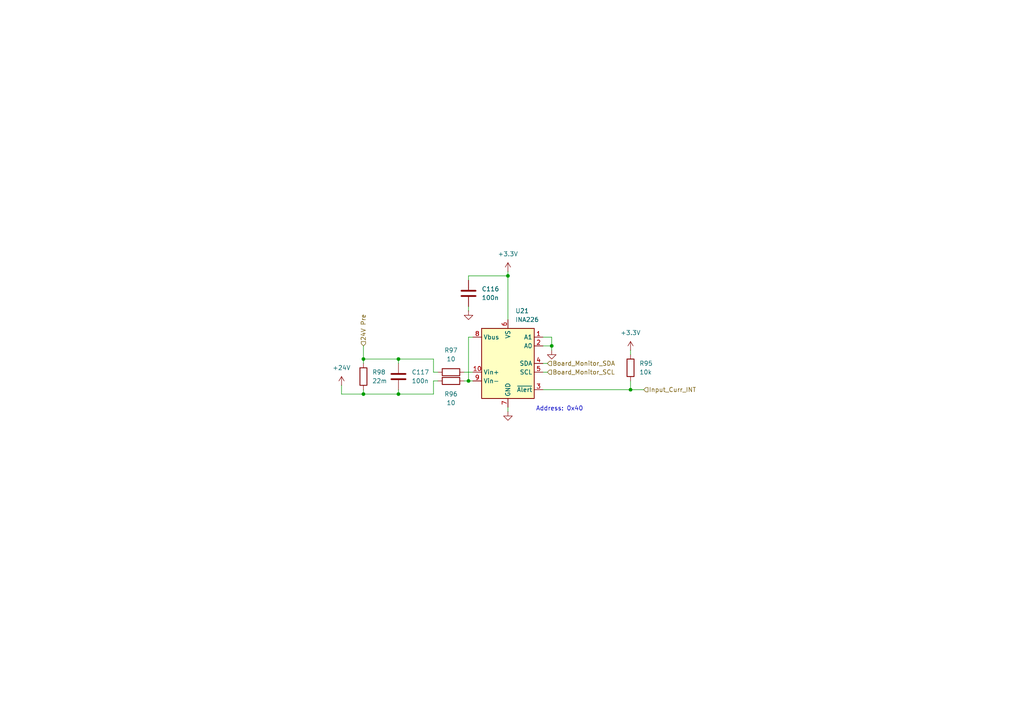
<source format=kicad_sch>
(kicad_sch
	(version 20250114)
	(generator "eeschema")
	(generator_version "9.0")
	(uuid "00874532-e067-45cb-9eed-8513a619f33b")
	(paper "A4")
	(lib_symbols
		(symbol "Device:C"
			(pin_numbers
				(hide yes)
			)
			(pin_names
				(offset 0.254)
			)
			(exclude_from_sim no)
			(in_bom yes)
			(on_board yes)
			(property "Reference" "C"
				(at 0.635 2.54 0)
				(effects
					(font
						(size 1.27 1.27)
					)
					(justify left)
				)
			)
			(property "Value" "C"
				(at 0.635 -2.54 0)
				(effects
					(font
						(size 1.27 1.27)
					)
					(justify left)
				)
			)
			(property "Footprint" ""
				(at 0.9652 -3.81 0)
				(effects
					(font
						(size 1.27 1.27)
					)
					(hide yes)
				)
			)
			(property "Datasheet" "~"
				(at 0 0 0)
				(effects
					(font
						(size 1.27 1.27)
					)
					(hide yes)
				)
			)
			(property "Description" "Unpolarized capacitor"
				(at 0 0 0)
				(effects
					(font
						(size 1.27 1.27)
					)
					(hide yes)
				)
			)
			(property "ki_keywords" "cap capacitor"
				(at 0 0 0)
				(effects
					(font
						(size 1.27 1.27)
					)
					(hide yes)
				)
			)
			(property "ki_fp_filters" "C_*"
				(at 0 0 0)
				(effects
					(font
						(size 1.27 1.27)
					)
					(hide yes)
				)
			)
			(symbol "C_0_1"
				(polyline
					(pts
						(xy -2.032 0.762) (xy 2.032 0.762)
					)
					(stroke
						(width 0.508)
						(type default)
					)
					(fill
						(type none)
					)
				)
				(polyline
					(pts
						(xy -2.032 -0.762) (xy 2.032 -0.762)
					)
					(stroke
						(width 0.508)
						(type default)
					)
					(fill
						(type none)
					)
				)
			)
			(symbol "C_1_1"
				(pin passive line
					(at 0 3.81 270)
					(length 2.794)
					(name "~"
						(effects
							(font
								(size 1.27 1.27)
							)
						)
					)
					(number "1"
						(effects
							(font
								(size 1.27 1.27)
							)
						)
					)
				)
				(pin passive line
					(at 0 -3.81 90)
					(length 2.794)
					(name "~"
						(effects
							(font
								(size 1.27 1.27)
							)
						)
					)
					(number "2"
						(effects
							(font
								(size 1.27 1.27)
							)
						)
					)
				)
			)
			(embedded_fonts no)
		)
		(symbol "Device:R"
			(pin_numbers
				(hide yes)
			)
			(pin_names
				(offset 0)
			)
			(exclude_from_sim no)
			(in_bom yes)
			(on_board yes)
			(property "Reference" "R"
				(at 2.032 0 90)
				(effects
					(font
						(size 1.27 1.27)
					)
				)
			)
			(property "Value" "R"
				(at 0 0 90)
				(effects
					(font
						(size 1.27 1.27)
					)
				)
			)
			(property "Footprint" ""
				(at -1.778 0 90)
				(effects
					(font
						(size 1.27 1.27)
					)
					(hide yes)
				)
			)
			(property "Datasheet" "~"
				(at 0 0 0)
				(effects
					(font
						(size 1.27 1.27)
					)
					(hide yes)
				)
			)
			(property "Description" "Resistor"
				(at 0 0 0)
				(effects
					(font
						(size 1.27 1.27)
					)
					(hide yes)
				)
			)
			(property "ki_keywords" "R res resistor"
				(at 0 0 0)
				(effects
					(font
						(size 1.27 1.27)
					)
					(hide yes)
				)
			)
			(property "ki_fp_filters" "R_*"
				(at 0 0 0)
				(effects
					(font
						(size 1.27 1.27)
					)
					(hide yes)
				)
			)
			(symbol "R_0_1"
				(rectangle
					(start -1.016 -2.54)
					(end 1.016 2.54)
					(stroke
						(width 0.254)
						(type default)
					)
					(fill
						(type none)
					)
				)
			)
			(symbol "R_1_1"
				(pin passive line
					(at 0 3.81 270)
					(length 1.27)
					(name "~"
						(effects
							(font
								(size 1.27 1.27)
							)
						)
					)
					(number "1"
						(effects
							(font
								(size 1.27 1.27)
							)
						)
					)
				)
				(pin passive line
					(at 0 -3.81 90)
					(length 1.27)
					(name "~"
						(effects
							(font
								(size 1.27 1.27)
							)
						)
					)
					(number "2"
						(effects
							(font
								(size 1.27 1.27)
							)
						)
					)
				)
			)
			(embedded_fonts no)
		)
		(symbol "Sensor_Energy:INA226"
			(exclude_from_sim no)
			(in_bom yes)
			(on_board yes)
			(property "Reference" "U"
				(at -6.35 11.43 0)
				(effects
					(font
						(size 1.27 1.27)
					)
				)
			)
			(property "Value" "INA226"
				(at 3.81 11.43 0)
				(effects
					(font
						(size 1.27 1.27)
					)
				)
			)
			(property "Footprint" "Package_SO:VSSOP-10_3x3mm_P0.5mm"
				(at 20.32 -11.43 0)
				(effects
					(font
						(size 1.27 1.27)
					)
					(hide yes)
				)
			)
			(property "Datasheet" "http://www.ti.com/lit/ds/symlink/ina226.pdf"
				(at 8.89 -2.54 0)
				(effects
					(font
						(size 1.27 1.27)
					)
					(hide yes)
				)
			)
			(property "Description" "High-Side or Low-Side Measurement, Bi-Directional Current and Power Monitor (0-36V) with I2C Compatible Interface, VSSOP-10"
				(at 0 0 0)
				(effects
					(font
						(size 1.27 1.27)
					)
					(hide yes)
				)
			)
			(property "ki_keywords" "ADC I2C 16-Bit Oversampling Current Shunt"
				(at 0 0 0)
				(effects
					(font
						(size 1.27 1.27)
					)
					(hide yes)
				)
			)
			(property "ki_fp_filters" "VSSOP*3x3mm*P0.5mm*"
				(at 0 0 0)
				(effects
					(font
						(size 1.27 1.27)
					)
					(hide yes)
				)
			)
			(symbol "INA226_0_1"
				(rectangle
					(start 7.62 10.16)
					(end -7.62 -10.16)
					(stroke
						(width 0.254)
						(type default)
					)
					(fill
						(type background)
					)
				)
			)
			(symbol "INA226_1_1"
				(pin input line
					(at -10.16 7.62 0)
					(length 2.54)
					(name "Vbus"
						(effects
							(font
								(size 1.27 1.27)
							)
						)
					)
					(number "8"
						(effects
							(font
								(size 1.27 1.27)
							)
						)
					)
				)
				(pin input line
					(at -10.16 -2.54 0)
					(length 2.54)
					(name "Vin+"
						(effects
							(font
								(size 1.27 1.27)
							)
						)
					)
					(number "10"
						(effects
							(font
								(size 1.27 1.27)
							)
						)
					)
				)
				(pin input line
					(at -10.16 -5.08 0)
					(length 2.54)
					(name "Vin-"
						(effects
							(font
								(size 1.27 1.27)
							)
						)
					)
					(number "9"
						(effects
							(font
								(size 1.27 1.27)
							)
						)
					)
				)
				(pin power_in line
					(at 0 12.7 270)
					(length 2.54)
					(name "VS"
						(effects
							(font
								(size 1.27 1.27)
							)
						)
					)
					(number "6"
						(effects
							(font
								(size 1.27 1.27)
							)
						)
					)
				)
				(pin power_in line
					(at 0 -12.7 90)
					(length 2.54)
					(name "GND"
						(effects
							(font
								(size 1.27 1.27)
							)
						)
					)
					(number "7"
						(effects
							(font
								(size 1.27 1.27)
							)
						)
					)
				)
				(pin input line
					(at 10.16 7.62 180)
					(length 2.54)
					(name "A1"
						(effects
							(font
								(size 1.27 1.27)
							)
						)
					)
					(number "1"
						(effects
							(font
								(size 1.27 1.27)
							)
						)
					)
				)
				(pin input line
					(at 10.16 5.08 180)
					(length 2.54)
					(name "A0"
						(effects
							(font
								(size 1.27 1.27)
							)
						)
					)
					(number "2"
						(effects
							(font
								(size 1.27 1.27)
							)
						)
					)
				)
				(pin bidirectional line
					(at 10.16 0 180)
					(length 2.54)
					(name "SDA"
						(effects
							(font
								(size 1.27 1.27)
							)
						)
					)
					(number "4"
						(effects
							(font
								(size 1.27 1.27)
							)
						)
					)
				)
				(pin input line
					(at 10.16 -2.54 180)
					(length 2.54)
					(name "SCL"
						(effects
							(font
								(size 1.27 1.27)
							)
						)
					)
					(number "5"
						(effects
							(font
								(size 1.27 1.27)
							)
						)
					)
				)
				(pin open_collector line
					(at 10.16 -7.62 180)
					(length 2.54)
					(name "~{Alert}"
						(effects
							(font
								(size 1.27 1.27)
							)
						)
					)
					(number "3"
						(effects
							(font
								(size 1.27 1.27)
							)
						)
					)
				)
			)
			(embedded_fonts no)
		)
		(symbol "power:+24V"
			(power)
			(pin_numbers
				(hide yes)
			)
			(pin_names
				(offset 0)
				(hide yes)
			)
			(exclude_from_sim no)
			(in_bom yes)
			(on_board yes)
			(property "Reference" "#PWR"
				(at 0 -3.81 0)
				(effects
					(font
						(size 1.27 1.27)
					)
					(hide yes)
				)
			)
			(property "Value" "+24V"
				(at 0 3.556 0)
				(effects
					(font
						(size 1.27 1.27)
					)
				)
			)
			(property "Footprint" ""
				(at 0 0 0)
				(effects
					(font
						(size 1.27 1.27)
					)
					(hide yes)
				)
			)
			(property "Datasheet" ""
				(at 0 0 0)
				(effects
					(font
						(size 1.27 1.27)
					)
					(hide yes)
				)
			)
			(property "Description" "Power symbol creates a global label with name \"+24V\""
				(at 0 0 0)
				(effects
					(font
						(size 1.27 1.27)
					)
					(hide yes)
				)
			)
			(property "ki_keywords" "global power"
				(at 0 0 0)
				(effects
					(font
						(size 1.27 1.27)
					)
					(hide yes)
				)
			)
			(symbol "+24V_0_1"
				(polyline
					(pts
						(xy -0.762 1.27) (xy 0 2.54)
					)
					(stroke
						(width 0)
						(type default)
					)
					(fill
						(type none)
					)
				)
				(polyline
					(pts
						(xy 0 2.54) (xy 0.762 1.27)
					)
					(stroke
						(width 0)
						(type default)
					)
					(fill
						(type none)
					)
				)
				(polyline
					(pts
						(xy 0 0) (xy 0 2.54)
					)
					(stroke
						(width 0)
						(type default)
					)
					(fill
						(type none)
					)
				)
			)
			(symbol "+24V_1_1"
				(pin power_in line
					(at 0 0 90)
					(length 0)
					(name "~"
						(effects
							(font
								(size 1.27 1.27)
							)
						)
					)
					(number "1"
						(effects
							(font
								(size 1.27 1.27)
							)
						)
					)
				)
			)
			(embedded_fonts no)
		)
		(symbol "power:+3.3V"
			(power)
			(pin_numbers
				(hide yes)
			)
			(pin_names
				(offset 0)
				(hide yes)
			)
			(exclude_from_sim no)
			(in_bom yes)
			(on_board yes)
			(property "Reference" "#PWR"
				(at 0 -3.81 0)
				(effects
					(font
						(size 1.27 1.27)
					)
					(hide yes)
				)
			)
			(property "Value" "+3.3V"
				(at 0 3.556 0)
				(effects
					(font
						(size 1.27 1.27)
					)
				)
			)
			(property "Footprint" ""
				(at 0 0 0)
				(effects
					(font
						(size 1.27 1.27)
					)
					(hide yes)
				)
			)
			(property "Datasheet" ""
				(at 0 0 0)
				(effects
					(font
						(size 1.27 1.27)
					)
					(hide yes)
				)
			)
			(property "Description" "Power symbol creates a global label with name \"+3.3V\""
				(at 0 0 0)
				(effects
					(font
						(size 1.27 1.27)
					)
					(hide yes)
				)
			)
			(property "ki_keywords" "global power"
				(at 0 0 0)
				(effects
					(font
						(size 1.27 1.27)
					)
					(hide yes)
				)
			)
			(symbol "+3.3V_0_1"
				(polyline
					(pts
						(xy -0.762 1.27) (xy 0 2.54)
					)
					(stroke
						(width 0)
						(type default)
					)
					(fill
						(type none)
					)
				)
				(polyline
					(pts
						(xy 0 2.54) (xy 0.762 1.27)
					)
					(stroke
						(width 0)
						(type default)
					)
					(fill
						(type none)
					)
				)
				(polyline
					(pts
						(xy 0 0) (xy 0 2.54)
					)
					(stroke
						(width 0)
						(type default)
					)
					(fill
						(type none)
					)
				)
			)
			(symbol "+3.3V_1_1"
				(pin power_in line
					(at 0 0 90)
					(length 0)
					(name "~"
						(effects
							(font
								(size 1.27 1.27)
							)
						)
					)
					(number "1"
						(effects
							(font
								(size 1.27 1.27)
							)
						)
					)
				)
			)
			(embedded_fonts no)
		)
		(symbol "power:GND"
			(power)
			(pin_numbers
				(hide yes)
			)
			(pin_names
				(offset 0)
				(hide yes)
			)
			(exclude_from_sim no)
			(in_bom yes)
			(on_board yes)
			(property "Reference" "#PWR"
				(at 0 -6.35 0)
				(effects
					(font
						(size 1.27 1.27)
					)
					(hide yes)
				)
			)
			(property "Value" "GND"
				(at 0 -3.81 0)
				(effects
					(font
						(size 1.27 1.27)
					)
				)
			)
			(property "Footprint" ""
				(at 0 0 0)
				(effects
					(font
						(size 1.27 1.27)
					)
					(hide yes)
				)
			)
			(property "Datasheet" ""
				(at 0 0 0)
				(effects
					(font
						(size 1.27 1.27)
					)
					(hide yes)
				)
			)
			(property "Description" "Power symbol creates a global label with name \"GND\" , ground"
				(at 0 0 0)
				(effects
					(font
						(size 1.27 1.27)
					)
					(hide yes)
				)
			)
			(property "ki_keywords" "global power"
				(at 0 0 0)
				(effects
					(font
						(size 1.27 1.27)
					)
					(hide yes)
				)
			)
			(symbol "GND_0_1"
				(polyline
					(pts
						(xy 0 0) (xy 0 -1.27) (xy 1.27 -1.27) (xy 0 -2.54) (xy -1.27 -1.27) (xy 0 -1.27)
					)
					(stroke
						(width 0)
						(type default)
					)
					(fill
						(type none)
					)
				)
			)
			(symbol "GND_1_1"
				(pin power_in line
					(at 0 0 270)
					(length 0)
					(name "~"
						(effects
							(font
								(size 1.27 1.27)
							)
						)
					)
					(number "1"
						(effects
							(font
								(size 1.27 1.27)
							)
						)
					)
				)
			)
			(embedded_fonts no)
		)
	)
	(text "Address: 0x40\n"
		(exclude_from_sim no)
		(at 162.306 118.618 0)
		(effects
			(font
				(size 1.27 1.27)
			)
		)
		(uuid "938f1711-d19f-4a58-9beb-6c7c2b584472")
	)
	(junction
		(at 115.57 104.14)
		(diameter 0)
		(color 0 0 0 0)
		(uuid "0e9144da-f7e1-4404-a15e-605d4455ed6c")
	)
	(junction
		(at 135.89 110.49)
		(diameter 0)
		(color 0 0 0 0)
		(uuid "1d5c3057-e704-41b9-97d7-4c629df9138e")
	)
	(junction
		(at 147.32 80.01)
		(diameter 0)
		(color 0 0 0 0)
		(uuid "3087e42e-694e-4263-9ba3-9f86b9c02b47")
	)
	(junction
		(at 115.57 114.3)
		(diameter 0)
		(color 0 0 0 0)
		(uuid "3e63100b-dc6d-4bc4-b28e-132132ef7252")
	)
	(junction
		(at 105.41 114.3)
		(diameter 0)
		(color 0 0 0 0)
		(uuid "462e810d-b309-4314-8bc0-20aeae3235ed")
	)
	(junction
		(at 105.41 104.14)
		(diameter 0)
		(color 0 0 0 0)
		(uuid "53b6d340-9f61-4d52-a8b5-cde0ff05520d")
	)
	(junction
		(at 182.88 113.03)
		(diameter 0)
		(color 0 0 0 0)
		(uuid "9ec9c4d6-838d-4bb2-99a0-ab8f2ea05244")
	)
	(junction
		(at 160.02 100.33)
		(diameter 0)
		(color 0 0 0 0)
		(uuid "f3166159-7ded-4cbd-a8b4-21595fade00e")
	)
	(wire
		(pts
			(xy 134.62 110.49) (xy 135.89 110.49)
		)
		(stroke
			(width 0)
			(type default)
		)
		(uuid "03e4b7e7-68c6-42bc-b0c9-05d5510ffa37")
	)
	(wire
		(pts
			(xy 115.57 104.14) (xy 115.57 105.41)
		)
		(stroke
			(width 0)
			(type default)
		)
		(uuid "0fb6d200-3f42-45c5-9de6-5c1da3d9182d")
	)
	(wire
		(pts
			(xy 182.88 113.03) (xy 186.69 113.03)
		)
		(stroke
			(width 0)
			(type default)
		)
		(uuid "10a23414-896e-4aa5-83b7-f548a062994f")
	)
	(wire
		(pts
			(xy 160.02 100.33) (xy 160.02 97.79)
		)
		(stroke
			(width 0)
			(type default)
		)
		(uuid "15791502-0384-4f2c-b917-a5454c869aea")
	)
	(wire
		(pts
			(xy 157.48 105.41) (xy 158.75 105.41)
		)
		(stroke
			(width 0)
			(type default)
		)
		(uuid "1cec59b4-c403-484b-8eda-fdd1f26d2a3a")
	)
	(wire
		(pts
			(xy 105.41 100.33) (xy 105.41 104.14)
		)
		(stroke
			(width 0)
			(type default)
		)
		(uuid "1e9ea45f-cb7a-4980-aac7-3adac4ce7089")
	)
	(wire
		(pts
			(xy 105.41 104.14) (xy 105.41 105.41)
		)
		(stroke
			(width 0)
			(type default)
		)
		(uuid "1fef498b-bc0a-4286-a4e4-ff204e031ace")
	)
	(wire
		(pts
			(xy 147.32 80.01) (xy 135.89 80.01)
		)
		(stroke
			(width 0)
			(type default)
		)
		(uuid "2f258ed0-02a6-4c44-915a-cc60b54c2f27")
	)
	(wire
		(pts
			(xy 160.02 101.6) (xy 160.02 100.33)
		)
		(stroke
			(width 0)
			(type default)
		)
		(uuid "32078bde-a824-466b-839f-229352717a07")
	)
	(wire
		(pts
			(xy 115.57 113.03) (xy 115.57 114.3)
		)
		(stroke
			(width 0)
			(type default)
		)
		(uuid "35872361-cc3c-444c-882a-9fc484346605")
	)
	(wire
		(pts
			(xy 147.32 118.11) (xy 147.32 119.38)
		)
		(stroke
			(width 0)
			(type default)
		)
		(uuid "3dd1ab51-b949-4f15-aacf-ef2e3ffbb2be")
	)
	(wire
		(pts
			(xy 125.73 110.49) (xy 125.73 114.3)
		)
		(stroke
			(width 0)
			(type default)
		)
		(uuid "3e9ebb47-6d59-413c-8fa8-87be98de43fb")
	)
	(wire
		(pts
			(xy 160.02 97.79) (xy 157.48 97.79)
		)
		(stroke
			(width 0)
			(type default)
		)
		(uuid "4a278bd6-c22f-4c60-8231-772c2b95ad09")
	)
	(wire
		(pts
			(xy 135.89 110.49) (xy 137.16 110.49)
		)
		(stroke
			(width 0)
			(type default)
		)
		(uuid "4c5a1f51-4408-4340-aae8-0715c6abcb14")
	)
	(wire
		(pts
			(xy 125.73 104.14) (xy 115.57 104.14)
		)
		(stroke
			(width 0)
			(type default)
		)
		(uuid "5032bac6-42b9-4100-aebf-09375ebc487d")
	)
	(wire
		(pts
			(xy 127 107.95) (xy 125.73 107.95)
		)
		(stroke
			(width 0)
			(type default)
		)
		(uuid "564b9584-e681-44a5-9656-f6c5ca3e24e9")
	)
	(wire
		(pts
			(xy 157.48 113.03) (xy 182.88 113.03)
		)
		(stroke
			(width 0)
			(type default)
		)
		(uuid "62fe778a-552b-4958-b0a0-b8b6dd6e45e1")
	)
	(wire
		(pts
			(xy 105.41 114.3) (xy 115.57 114.3)
		)
		(stroke
			(width 0)
			(type default)
		)
		(uuid "64c6038c-d38a-4f5d-9370-972a87f62606")
	)
	(wire
		(pts
			(xy 127 110.49) (xy 125.73 110.49)
		)
		(stroke
			(width 0)
			(type default)
		)
		(uuid "7c5218db-24a0-455a-8280-6219edc3a74f")
	)
	(wire
		(pts
			(xy 135.89 97.79) (xy 135.89 110.49)
		)
		(stroke
			(width 0)
			(type default)
		)
		(uuid "965fdd24-d3d2-4deb-b146-f8c4a5ef1285")
	)
	(wire
		(pts
			(xy 125.73 107.95) (xy 125.73 104.14)
		)
		(stroke
			(width 0)
			(type default)
		)
		(uuid "a5960395-38b9-480d-a0cf-199f51c8c897")
	)
	(wire
		(pts
			(xy 125.73 114.3) (xy 115.57 114.3)
		)
		(stroke
			(width 0)
			(type default)
		)
		(uuid "a6532fc3-254b-4749-a83d-741f6f3788a7")
	)
	(wire
		(pts
			(xy 157.48 107.95) (xy 158.75 107.95)
		)
		(stroke
			(width 0)
			(type default)
		)
		(uuid "a8bf2b94-b4f1-468d-8a8f-b9644f4ad455")
	)
	(wire
		(pts
			(xy 134.62 107.95) (xy 137.16 107.95)
		)
		(stroke
			(width 0)
			(type default)
		)
		(uuid "abe3f9af-3ddb-474b-8c36-53324015d0f1")
	)
	(wire
		(pts
			(xy 182.88 110.49) (xy 182.88 113.03)
		)
		(stroke
			(width 0)
			(type default)
		)
		(uuid "ad1cb6a0-5444-4aa6-b4c1-6ea2d9775144")
	)
	(wire
		(pts
			(xy 135.89 88.9) (xy 135.89 90.17)
		)
		(stroke
			(width 0)
			(type default)
		)
		(uuid "b8d79fae-169f-45bc-b530-a04d3926805c")
	)
	(wire
		(pts
			(xy 105.41 113.03) (xy 105.41 114.3)
		)
		(stroke
			(width 0)
			(type default)
		)
		(uuid "b9405f32-fde6-490e-bb29-b8bab5905074")
	)
	(wire
		(pts
			(xy 135.89 80.01) (xy 135.89 81.28)
		)
		(stroke
			(width 0)
			(type default)
		)
		(uuid "bbf34617-5c28-443c-a01d-52114137d703")
	)
	(wire
		(pts
			(xy 147.32 92.71) (xy 147.32 80.01)
		)
		(stroke
			(width 0)
			(type default)
		)
		(uuid "d5c0a307-5466-4923-be48-84223537e5ea")
	)
	(wire
		(pts
			(xy 137.16 97.79) (xy 135.89 97.79)
		)
		(stroke
			(width 0)
			(type default)
		)
		(uuid "d7ad3166-95fb-477f-9637-3ea0387f8051")
	)
	(wire
		(pts
			(xy 182.88 101.6) (xy 182.88 102.87)
		)
		(stroke
			(width 0)
			(type default)
		)
		(uuid "e81b1dd7-9c8f-456f-94eb-a93a22dcafb7")
	)
	(wire
		(pts
			(xy 105.41 104.14) (xy 115.57 104.14)
		)
		(stroke
			(width 0)
			(type default)
		)
		(uuid "e9805a47-28bc-4d11-9229-0bf1f36e2cdd")
	)
	(wire
		(pts
			(xy 147.32 78.74) (xy 147.32 80.01)
		)
		(stroke
			(width 0)
			(type default)
		)
		(uuid "eaa877f8-0d01-4831-8323-8c62255e6823")
	)
	(wire
		(pts
			(xy 99.06 111.76) (xy 99.06 114.3)
		)
		(stroke
			(width 0)
			(type default)
		)
		(uuid "eb707d7b-07e6-481a-babc-94ebe98bd959")
	)
	(wire
		(pts
			(xy 157.48 100.33) (xy 160.02 100.33)
		)
		(stroke
			(width 0)
			(type default)
		)
		(uuid "f4fb7bca-19a6-4d4f-9213-513ac29c05bb")
	)
	(wire
		(pts
			(xy 99.06 114.3) (xy 105.41 114.3)
		)
		(stroke
			(width 0)
			(type default)
		)
		(uuid "f89ed513-2b64-4959-a101-56811766a2f6")
	)
	(hierarchical_label "Board_Monitor_SDA"
		(shape input)
		(at 158.75 105.41 0)
		(effects
			(font
				(size 1.27 1.27)
			)
			(justify left)
		)
		(uuid "ae4fa9f0-b108-4048-9a88-495fa144f665")
	)
	(hierarchical_label "24V Pre"
		(shape input)
		(at 105.41 100.33 90)
		(effects
			(font
				(size 1.27 1.27)
			)
			(justify left)
		)
		(uuid "d7846fa4-8962-439c-bcc5-5117c13f3f75")
	)
	(hierarchical_label "Input_Curr_INT"
		(shape input)
		(at 186.69 113.03 0)
		(effects
			(font
				(size 1.27 1.27)
			)
			(justify left)
		)
		(uuid "e67aca9a-cb83-40d0-b132-58c18508ed8a")
	)
	(hierarchical_label "Board_Monitor_SCL"
		(shape input)
		(at 158.75 107.95 0)
		(effects
			(font
				(size 1.27 1.27)
			)
			(justify left)
		)
		(uuid "f579dde7-15c1-45f1-90a7-a4cd5f91f02e")
	)
	(symbol
		(lib_id "power:+24V")
		(at 99.06 111.76 0)
		(unit 1)
		(exclude_from_sim no)
		(in_bom yes)
		(on_board yes)
		(dnp no)
		(fields_autoplaced yes)
		(uuid "0b90fbae-0970-4b97-bedd-333eff8a2857")
		(property "Reference" "#PWR0200"
			(at 99.06 115.57 0)
			(effects
				(font
					(size 1.27 1.27)
				)
				(hide yes)
			)
		)
		(property "Value" "+24V"
			(at 99.06 106.68 0)
			(effects
				(font
					(size 1.27 1.27)
				)
			)
		)
		(property "Footprint" ""
			(at 99.06 111.76 0)
			(effects
				(font
					(size 1.27 1.27)
				)
				(hide yes)
			)
		)
		(property "Datasheet" ""
			(at 99.06 111.76 0)
			(effects
				(font
					(size 1.27 1.27)
				)
				(hide yes)
			)
		)
		(property "Description" "Power symbol creates a global label with name \"+24V\""
			(at 99.06 111.76 0)
			(effects
				(font
					(size 1.27 1.27)
				)
				(hide yes)
			)
		)
		(pin "1"
			(uuid "fc112f8b-5ded-475f-973f-d0025094b32c")
		)
		(instances
			(project ""
				(path "/519cd8d4-bb93-4bd2-8d6d-fc5bc7100516/abd3bdaa-6253-449c-b091-50c5b2ffec54"
					(reference "#PWR0200")
					(unit 1)
				)
			)
		)
	)
	(symbol
		(lib_id "power:+3.3V")
		(at 147.32 78.74 0)
		(unit 1)
		(exclude_from_sim no)
		(in_bom yes)
		(on_board yes)
		(dnp no)
		(fields_autoplaced yes)
		(uuid "16abac61-2709-4d9f-8267-db82edcc9147")
		(property "Reference" "#PWR0201"
			(at 147.32 82.55 0)
			(effects
				(font
					(size 1.27 1.27)
				)
				(hide yes)
			)
		)
		(property "Value" "+3.3V"
			(at 147.32 73.66 0)
			(effects
				(font
					(size 1.27 1.27)
				)
			)
		)
		(property "Footprint" ""
			(at 147.32 78.74 0)
			(effects
				(font
					(size 1.27 1.27)
				)
				(hide yes)
			)
		)
		(property "Datasheet" ""
			(at 147.32 78.74 0)
			(effects
				(font
					(size 1.27 1.27)
				)
				(hide yes)
			)
		)
		(property "Description" "Power symbol creates a global label with name \"+3.3V\""
			(at 147.32 78.74 0)
			(effects
				(font
					(size 1.27 1.27)
				)
				(hide yes)
			)
		)
		(pin "1"
			(uuid "d34962ea-bfb2-4e8a-9136-3d9dc53d0462")
		)
		(instances
			(project "Input_Eve_V1.0"
				(path "/519cd8d4-bb93-4bd2-8d6d-fc5bc7100516/abd3bdaa-6253-449c-b091-50c5b2ffec54"
					(reference "#PWR0201")
					(unit 1)
				)
			)
		)
	)
	(symbol
		(lib_id "power:GND")
		(at 147.32 119.38 0)
		(unit 1)
		(exclude_from_sim no)
		(in_bom yes)
		(on_board yes)
		(dnp no)
		(fields_autoplaced yes)
		(uuid "173abbdd-9918-4586-89cf-84b7f8f90cf1")
		(property "Reference" "#PWR013"
			(at 147.32 125.73 0)
			(effects
				(font
					(size 1.27 1.27)
				)
				(hide yes)
			)
		)
		(property "Value" "GND"
			(at 147.32 124.46 0)
			(effects
				(font
					(size 1.27 1.27)
				)
				(hide yes)
			)
		)
		(property "Footprint" ""
			(at 147.32 119.38 0)
			(effects
				(font
					(size 1.27 1.27)
				)
				(hide yes)
			)
		)
		(property "Datasheet" ""
			(at 147.32 119.38 0)
			(effects
				(font
					(size 1.27 1.27)
				)
				(hide yes)
			)
		)
		(property "Description" "Power symbol creates a global label with name \"GND\" , ground"
			(at 147.32 119.38 0)
			(effects
				(font
					(size 1.27 1.27)
				)
				(hide yes)
			)
		)
		(pin "1"
			(uuid "28863b2f-b046-4f92-8644-6d34228f57bb")
		)
		(instances
			(project ""
				(path "/519cd8d4-bb93-4bd2-8d6d-fc5bc7100516/abd3bdaa-6253-449c-b091-50c5b2ffec54"
					(reference "#PWR013")
					(unit 1)
				)
			)
		)
	)
	(symbol
		(lib_id "Device:R")
		(at 130.81 110.49 90)
		(unit 1)
		(exclude_from_sim no)
		(in_bom yes)
		(on_board yes)
		(dnp no)
		(uuid "3a0619ce-3f13-46fb-81a0-624834c79b89")
		(property "Reference" "R96"
			(at 130.81 114.3 90)
			(effects
				(font
					(size 1.27 1.27)
				)
			)
		)
		(property "Value" "10"
			(at 130.81 116.84 90)
			(effects
				(font
					(size 1.27 1.27)
				)
			)
		)
		(property "Footprint" "Resistor_SMD:R_0402_1005Metric"
			(at 130.81 112.268 90)
			(effects
				(font
					(size 1.27 1.27)
				)
				(hide yes)
			)
		)
		(property "Datasheet" "~"
			(at 130.81 110.49 0)
			(effects
				(font
					(size 1.27 1.27)
				)
				(hide yes)
			)
		)
		(property "Description" "Resistor"
			(at 130.81 110.49 0)
			(effects
				(font
					(size 1.27 1.27)
				)
				(hide yes)
			)
		)
		(pin "2"
			(uuid "12e77ea4-8596-4db1-ba70-6044ff346123")
		)
		(pin "1"
			(uuid "a7b13a1c-9a1e-49c8-a862-793d8fc3a887")
		)
		(instances
			(project ""
				(path "/519cd8d4-bb93-4bd2-8d6d-fc5bc7100516/abd3bdaa-6253-449c-b091-50c5b2ffec54"
					(reference "R96")
					(unit 1)
				)
			)
		)
	)
	(symbol
		(lib_id "Device:R")
		(at 182.88 106.68 0)
		(unit 1)
		(exclude_from_sim no)
		(in_bom yes)
		(on_board yes)
		(dnp no)
		(fields_autoplaced yes)
		(uuid "41fd5009-9959-4c06-963f-26825fcf27f9")
		(property "Reference" "R95"
			(at 185.42 105.4099 0)
			(effects
				(font
					(size 1.27 1.27)
				)
				(justify left)
			)
		)
		(property "Value" "10k"
			(at 185.42 107.9499 0)
			(effects
				(font
					(size 1.27 1.27)
				)
				(justify left)
			)
		)
		(property "Footprint" "Resistor_SMD:R_0402_1005Metric"
			(at 181.102 106.68 90)
			(effects
				(font
					(size 1.27 1.27)
				)
				(hide yes)
			)
		)
		(property "Datasheet" "~"
			(at 182.88 106.68 0)
			(effects
				(font
					(size 1.27 1.27)
				)
				(hide yes)
			)
		)
		(property "Description" "Resistor"
			(at 182.88 106.68 0)
			(effects
				(font
					(size 1.27 1.27)
				)
				(hide yes)
			)
		)
		(pin "2"
			(uuid "5fd7f0ce-3776-4b4e-8743-86e210401d88")
		)
		(pin "1"
			(uuid "d7738d2f-0b50-4b67-ad86-3e98b020562f")
		)
		(instances
			(project ""
				(path "/519cd8d4-bb93-4bd2-8d6d-fc5bc7100516/abd3bdaa-6253-449c-b091-50c5b2ffec54"
					(reference "R95")
					(unit 1)
				)
			)
		)
	)
	(symbol
		(lib_id "Device:R")
		(at 130.81 107.95 90)
		(unit 1)
		(exclude_from_sim no)
		(in_bom yes)
		(on_board yes)
		(dnp no)
		(fields_autoplaced yes)
		(uuid "4ec06e16-317a-427c-8e61-865b0f6001ce")
		(property "Reference" "R97"
			(at 130.81 101.6 90)
			(effects
				(font
					(size 1.27 1.27)
				)
			)
		)
		(property "Value" "10"
			(at 130.81 104.14 90)
			(effects
				(font
					(size 1.27 1.27)
				)
			)
		)
		(property "Footprint" "Resistor_SMD:R_0402_1005Metric"
			(at 130.81 109.728 90)
			(effects
				(font
					(size 1.27 1.27)
				)
				(hide yes)
			)
		)
		(property "Datasheet" "~"
			(at 130.81 107.95 0)
			(effects
				(font
					(size 1.27 1.27)
				)
				(hide yes)
			)
		)
		(property "Description" "Resistor"
			(at 130.81 107.95 0)
			(effects
				(font
					(size 1.27 1.27)
				)
				(hide yes)
			)
		)
		(pin "2"
			(uuid "7ec86817-55cf-430a-9976-d4bf2832cae6")
		)
		(pin "1"
			(uuid "8f82a411-8055-4d39-8851-2603e549781f")
		)
		(instances
			(project "Input_Eve_V1.0"
				(path "/519cd8d4-bb93-4bd2-8d6d-fc5bc7100516/abd3bdaa-6253-449c-b091-50c5b2ffec54"
					(reference "R97")
					(unit 1)
				)
			)
		)
	)
	(symbol
		(lib_id "power:GND")
		(at 135.89 90.17 0)
		(unit 1)
		(exclude_from_sim no)
		(in_bom yes)
		(on_board yes)
		(dnp no)
		(fields_autoplaced yes)
		(uuid "5164bb4d-e758-44df-9394-9e3122326c34")
		(property "Reference" "#PWR0196"
			(at 135.89 96.52 0)
			(effects
				(font
					(size 1.27 1.27)
				)
				(hide yes)
			)
		)
		(property "Value" "GND"
			(at 135.89 95.25 0)
			(effects
				(font
					(size 1.27 1.27)
				)
				(hide yes)
			)
		)
		(property "Footprint" ""
			(at 135.89 90.17 0)
			(effects
				(font
					(size 1.27 1.27)
				)
				(hide yes)
			)
		)
		(property "Datasheet" ""
			(at 135.89 90.17 0)
			(effects
				(font
					(size 1.27 1.27)
				)
				(hide yes)
			)
		)
		(property "Description" "Power symbol creates a global label with name \"GND\" , ground"
			(at 135.89 90.17 0)
			(effects
				(font
					(size 1.27 1.27)
				)
				(hide yes)
			)
		)
		(pin "1"
			(uuid "6767c1a6-4345-4f2c-b164-732c0e670e48")
		)
		(instances
			(project "Input_Eve_V1.0"
				(path "/519cd8d4-bb93-4bd2-8d6d-fc5bc7100516/abd3bdaa-6253-449c-b091-50c5b2ffec54"
					(reference "#PWR0196")
					(unit 1)
				)
			)
		)
	)
	(symbol
		(lib_id "Device:C")
		(at 135.89 85.09 0)
		(unit 1)
		(exclude_from_sim no)
		(in_bom yes)
		(on_board yes)
		(dnp no)
		(fields_autoplaced yes)
		(uuid "56cb51f5-bdda-4d31-a7c6-19f9610ab515")
		(property "Reference" "C116"
			(at 139.7 83.8199 0)
			(effects
				(font
					(size 1.27 1.27)
				)
				(justify left)
			)
		)
		(property "Value" "100n"
			(at 139.7 86.3599 0)
			(effects
				(font
					(size 1.27 1.27)
				)
				(justify left)
			)
		)
		(property "Footprint" "Capacitor_SMD:C_0402_1005Metric"
			(at 136.8552 88.9 0)
			(effects
				(font
					(size 1.27 1.27)
				)
				(hide yes)
			)
		)
		(property "Datasheet" "~"
			(at 135.89 85.09 0)
			(effects
				(font
					(size 1.27 1.27)
				)
				(hide yes)
			)
		)
		(property "Description" "Unpolarized capacitor"
			(at 135.89 85.09 0)
			(effects
				(font
					(size 1.27 1.27)
				)
				(hide yes)
			)
		)
		(pin "1"
			(uuid "b8c271b4-0353-463e-aade-0de10886e0bd")
		)
		(pin "2"
			(uuid "f658bd10-77e3-4ee7-b6d6-d190d17c1d47")
		)
		(instances
			(project ""
				(path "/519cd8d4-bb93-4bd2-8d6d-fc5bc7100516/abd3bdaa-6253-449c-b091-50c5b2ffec54"
					(reference "C116")
					(unit 1)
				)
			)
		)
	)
	(symbol
		(lib_id "power:GND")
		(at 160.02 101.6 0)
		(unit 1)
		(exclude_from_sim no)
		(in_bom yes)
		(on_board yes)
		(dnp no)
		(fields_autoplaced yes)
		(uuid "672f46f8-7479-43bc-bcaa-d5bf6e48f534")
		(property "Reference" "#PWR014"
			(at 160.02 107.95 0)
			(effects
				(font
					(size 1.27 1.27)
				)
				(hide yes)
			)
		)
		(property "Value" "GND"
			(at 160.02 106.68 0)
			(effects
				(font
					(size 1.27 1.27)
				)
				(hide yes)
			)
		)
		(property "Footprint" ""
			(at 160.02 101.6 0)
			(effects
				(font
					(size 1.27 1.27)
				)
				(hide yes)
			)
		)
		(property "Datasheet" ""
			(at 160.02 101.6 0)
			(effects
				(font
					(size 1.27 1.27)
				)
				(hide yes)
			)
		)
		(property "Description" "Power symbol creates a global label with name \"GND\" , ground"
			(at 160.02 101.6 0)
			(effects
				(font
					(size 1.27 1.27)
				)
				(hide yes)
			)
		)
		(pin "1"
			(uuid "7958bd24-be3a-4c0d-b942-6ae233e24e46")
		)
		(instances
			(project "Input_Eve_V1.0"
				(path "/519cd8d4-bb93-4bd2-8d6d-fc5bc7100516/abd3bdaa-6253-449c-b091-50c5b2ffec54"
					(reference "#PWR014")
					(unit 1)
				)
			)
		)
	)
	(symbol
		(lib_id "Sensor_Energy:INA226")
		(at 147.32 105.41 0)
		(unit 1)
		(exclude_from_sim no)
		(in_bom yes)
		(on_board yes)
		(dnp no)
		(fields_autoplaced yes)
		(uuid "6e6f4fb4-097b-4041-abd6-5ffe20a79edb")
		(property "Reference" "U21"
			(at 149.4633 90.17 0)
			(effects
				(font
					(size 1.27 1.27)
				)
				(justify left)
			)
		)
		(property "Value" "INA226"
			(at 149.4633 92.71 0)
			(effects
				(font
					(size 1.27 1.27)
				)
				(justify left)
			)
		)
		(property "Footprint" "Package_SO:VSSOP-10_3x3mm_P0.5mm"
			(at 167.64 116.84 0)
			(effects
				(font
					(size 1.27 1.27)
				)
				(hide yes)
			)
		)
		(property "Datasheet" "http://www.ti.com/lit/ds/symlink/ina226.pdf"
			(at 156.21 107.95 0)
			(effects
				(font
					(size 1.27 1.27)
				)
				(hide yes)
			)
		)
		(property "Description" "High-Side or Low-Side Measurement, Bi-Directional Current and Power Monitor (0-36V) with I2C Compatible Interface, VSSOP-10"
			(at 147.32 105.41 0)
			(effects
				(font
					(size 1.27 1.27)
				)
				(hide yes)
			)
		)
		(pin "8"
			(uuid "d67a6661-8df0-4a30-a5f1-a38453fd672d")
		)
		(pin "2"
			(uuid "84ceaa2a-0a33-449f-aa7f-c6b37e3728c3")
		)
		(pin "4"
			(uuid "386dde5d-c574-460c-a6f3-b3fe057a7129")
		)
		(pin "9"
			(uuid "6efcb70f-13c0-4f91-9fe6-23728bdbc9d6")
		)
		(pin "10"
			(uuid "b041c574-008a-453d-a427-21e34200a722")
		)
		(pin "7"
			(uuid "8462129d-342e-4ed2-9ee6-5273a67d8f22")
		)
		(pin "3"
			(uuid "d2c0af41-dce1-4d8a-ab22-f23221224784")
		)
		(pin "5"
			(uuid "1005b2df-65da-4c25-9449-f462775755b8")
		)
		(pin "6"
			(uuid "d8375824-1950-4e7e-b1fa-cc04b7dfa1c2")
		)
		(pin "1"
			(uuid "7141deae-64e5-46ca-9957-cc57d9bf689c")
		)
		(instances
			(project ""
				(path "/519cd8d4-bb93-4bd2-8d6d-fc5bc7100516/abd3bdaa-6253-449c-b091-50c5b2ffec54"
					(reference "U21")
					(unit 1)
				)
			)
		)
	)
	(symbol
		(lib_id "Device:C")
		(at 115.57 109.22 0)
		(unit 1)
		(exclude_from_sim no)
		(in_bom yes)
		(on_board yes)
		(dnp no)
		(fields_autoplaced yes)
		(uuid "768bbc6d-4d08-4e4f-a4ba-f89a984989a1")
		(property "Reference" "C117"
			(at 119.38 107.9499 0)
			(effects
				(font
					(size 1.27 1.27)
				)
				(justify left)
			)
		)
		(property "Value" "100n"
			(at 119.38 110.4899 0)
			(effects
				(font
					(size 1.27 1.27)
				)
				(justify left)
			)
		)
		(property "Footprint" "Capacitor_SMD:C_0402_1005Metric"
			(at 116.5352 113.03 0)
			(effects
				(font
					(size 1.27 1.27)
				)
				(hide yes)
			)
		)
		(property "Datasheet" "~"
			(at 115.57 109.22 0)
			(effects
				(font
					(size 1.27 1.27)
				)
				(hide yes)
			)
		)
		(property "Description" "Unpolarized capacitor"
			(at 115.57 109.22 0)
			(effects
				(font
					(size 1.27 1.27)
				)
				(hide yes)
			)
		)
		(pin "1"
			(uuid "72ce83c3-c865-4a94-8f4e-942150623c82")
		)
		(pin "2"
			(uuid "46b0fe65-4ab8-42d6-8826-a3103b1d6064")
		)
		(instances
			(project "Input_Eve_V1.0"
				(path "/519cd8d4-bb93-4bd2-8d6d-fc5bc7100516/abd3bdaa-6253-449c-b091-50c5b2ffec54"
					(reference "C117")
					(unit 1)
				)
			)
		)
	)
	(symbol
		(lib_id "power:+3.3V")
		(at 182.88 101.6 0)
		(unit 1)
		(exclude_from_sim no)
		(in_bom yes)
		(on_board yes)
		(dnp no)
		(fields_autoplaced yes)
		(uuid "a1ed8720-a48d-4e6c-be0f-38f91c1a1f16")
		(property "Reference" "#PWR0195"
			(at 182.88 105.41 0)
			(effects
				(font
					(size 1.27 1.27)
				)
				(hide yes)
			)
		)
		(property "Value" "+3.3V"
			(at 182.88 96.52 0)
			(effects
				(font
					(size 1.27 1.27)
				)
			)
		)
		(property "Footprint" ""
			(at 182.88 101.6 0)
			(effects
				(font
					(size 1.27 1.27)
				)
				(hide yes)
			)
		)
		(property "Datasheet" ""
			(at 182.88 101.6 0)
			(effects
				(font
					(size 1.27 1.27)
				)
				(hide yes)
			)
		)
		(property "Description" "Power symbol creates a global label with name \"+3.3V\""
			(at 182.88 101.6 0)
			(effects
				(font
					(size 1.27 1.27)
				)
				(hide yes)
			)
		)
		(pin "1"
			(uuid "968ffb05-d7e1-426b-8208-fcdc0529b6ba")
		)
		(instances
			(project ""
				(path "/519cd8d4-bb93-4bd2-8d6d-fc5bc7100516/abd3bdaa-6253-449c-b091-50c5b2ffec54"
					(reference "#PWR0195")
					(unit 1)
				)
			)
		)
	)
	(symbol
		(lib_id "Device:R")
		(at 105.41 109.22 0)
		(unit 1)
		(exclude_from_sim no)
		(in_bom yes)
		(on_board yes)
		(dnp no)
		(fields_autoplaced yes)
		(uuid "b26b3f1a-5fb4-4d18-ade6-d19f389153ee")
		(property "Reference" "R98"
			(at 107.95 107.9499 0)
			(effects
				(font
					(size 1.27 1.27)
				)
				(justify left)
			)
		)
		(property "Value" "22m"
			(at 107.95 110.4899 0)
			(effects
				(font
					(size 1.27 1.27)
				)
				(justify left)
			)
		)
		(property "Footprint" "Resistor_SMD:R_2512_6332Metric"
			(at 103.632 109.22 90)
			(effects
				(font
					(size 1.27 1.27)
				)
				(hide yes)
			)
		)
		(property "Datasheet" "~"
			(at 105.41 109.22 0)
			(effects
				(font
					(size 1.27 1.27)
				)
				(hide yes)
			)
		)
		(property "Description" "Resistor"
			(at 105.41 109.22 0)
			(effects
				(font
					(size 1.27 1.27)
				)
				(hide yes)
			)
		)
		(pin "2"
			(uuid "a55cfe39-f3e6-4fd9-8dfc-744ccd520bea")
		)
		(pin "1"
			(uuid "0c82b946-b6c9-48c3-ad37-e37eb3cb5168")
		)
		(instances
			(project "Input_Eve_V1.0"
				(path "/519cd8d4-bb93-4bd2-8d6d-fc5bc7100516/abd3bdaa-6253-449c-b091-50c5b2ffec54"
					(reference "R98")
					(unit 1)
				)
			)
		)
	)
)

</source>
